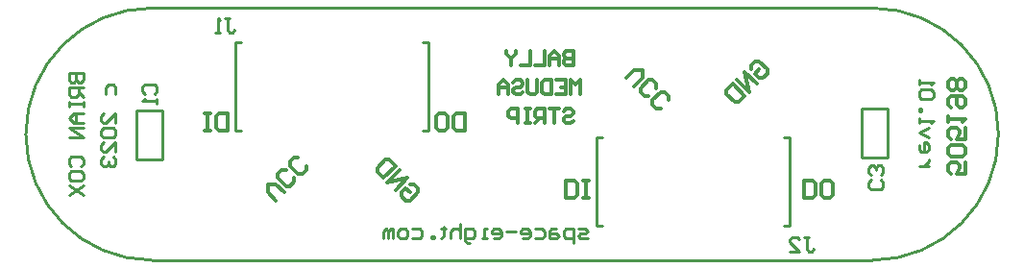
<source format=gbo>
%FSLAX25Y25*%
%MOIN*%
G70*
G01*
G75*
G04 Layer_Color=33789*
%ADD10P,0.08352X4X75.0*%
%ADD11P,0.08352X4X195.0*%
%ADD12R,0.05906X0.05906*%
%ADD13R,0.05000X0.04000*%
%ADD14C,0.02500*%
%ADD15C,0.05000*%
%ADD16C,0.16500*%
%ADD17C,0.04000*%
%ADD18R,0.08000X0.05000*%
%ADD19R,0.12205X0.17716*%
%ADD20C,0.01000*%
%ADD21C,0.01200*%
D20*
X1163750Y955000D02*
G03*
X1163750Y1042500I0J43750D01*
G01*
X913750D02*
G03*
X913750Y955000I0J-43750D01*
G01*
Y1042500D02*
X1163750D01*
X913750Y955000D02*
X1163750D01*
X908484Y1007016D02*
X917516D01*
X908484Y989984D02*
Y1007016D01*
Y989984D02*
X917516D01*
Y1007016D01*
X1159984Y1007516D02*
X1169016D01*
X1159984Y990484D02*
Y1007516D01*
Y990484D02*
X1169016D01*
Y1007516D01*
X1007618Y1030453D02*
X1009587D01*
Y999941D02*
Y1030453D01*
X1007618Y999941D02*
X1009587D01*
X942657Y1030453D02*
X944626D01*
X942657Y999941D02*
Y1030453D01*
Y999941D02*
X944626D01*
X1133118Y997453D02*
X1135087D01*
Y966941D02*
Y997453D01*
X1133118Y966941D02*
X1135087D01*
X1068157Y997453D02*
X1070126D01*
X1068157Y966941D02*
Y997453D01*
Y966941D02*
X1070126D01*
X1140168Y962998D02*
X1141834D01*
X1141001D01*
Y958833D01*
X1141834Y958000D01*
X1142667D01*
X1143500Y958833D01*
X1135169Y958000D02*
X1138502D01*
X1135169Y961332D01*
Y962165D01*
X1136002Y962998D01*
X1137669D01*
X1138502Y962165D01*
X939168Y1038998D02*
X940834D01*
X940001D01*
Y1034833D01*
X940834Y1034000D01*
X941667D01*
X942500Y1034833D01*
X937502Y1034000D02*
X935835D01*
X936669D01*
Y1038998D01*
X937502Y1038165D01*
X1166665Y982832D02*
X1167498Y981999D01*
Y980333D01*
X1166665Y979500D01*
X1163333D01*
X1162500Y980333D01*
Y981999D01*
X1163333Y982832D01*
X1166665Y984498D02*
X1167498Y985331D01*
Y986998D01*
X1166665Y987831D01*
X1165832D01*
X1164999Y986998D01*
Y986164D01*
Y986998D01*
X1164166Y987831D01*
X1163333D01*
X1162500Y986998D01*
Y985331D01*
X1163333Y984498D01*
X911335Y1012668D02*
X910502Y1013501D01*
Y1015167D01*
X911335Y1016000D01*
X914667D01*
X915500Y1015167D01*
Y1013501D01*
X914667Y1012668D01*
X915500Y1011002D02*
Y1009336D01*
Y1010169D01*
X910502D01*
X911335Y1011002D01*
X897723Y1012472D02*
Y1014972D01*
X898557Y1015805D01*
X900223D01*
X901056Y1014972D01*
Y1012472D01*
Y1002476D02*
Y1005808D01*
X897723Y1002476D01*
X896891D01*
X896057Y1003309D01*
Y1004975D01*
X896891Y1005808D01*
Y1000809D02*
X896057Y999976D01*
Y998310D01*
X896891Y997477D01*
X900223D01*
X901056Y998310D01*
Y999976D01*
X900223Y1000809D01*
X896891D01*
X901056Y992479D02*
Y995811D01*
X897723Y992479D01*
X896891D01*
X896057Y993312D01*
Y994978D01*
X896891Y995811D01*
Y990813D02*
X896057Y989980D01*
Y988314D01*
X896891Y987481D01*
X897723D01*
X898557Y988314D01*
Y989147D01*
Y988314D01*
X899390Y987481D01*
X900223D01*
X901056Y988314D01*
Y989980D01*
X900223Y990813D01*
X885002Y1020000D02*
X890000D01*
Y1017501D01*
X889167Y1016668D01*
X888334D01*
X887501Y1017501D01*
Y1020000D01*
Y1017501D01*
X886668Y1016668D01*
X885835D01*
X885002Y1017501D01*
Y1020000D01*
X890000Y1015002D02*
X885002D01*
Y1012502D01*
X885835Y1011669D01*
X887501D01*
X888334Y1012502D01*
Y1015002D01*
Y1013336D02*
X890000Y1011669D01*
X885002Y1010003D02*
Y1008337D01*
Y1009170D01*
X890000D01*
Y1010003D01*
Y1008337D01*
Y1005838D02*
X886668D01*
X885002Y1004172D01*
X886668Y1002506D01*
X890000D01*
X887501D01*
Y1005838D01*
X890000Y1000840D02*
X885002D01*
X890000Y997507D01*
X885002D01*
X885835Y987510D02*
X885002Y988344D01*
Y990010D01*
X885835Y990843D01*
X889167D01*
X890000Y990010D01*
Y988344D01*
X889167Y987510D01*
X885002Y983345D02*
Y985011D01*
X885835Y985844D01*
X889167D01*
X890000Y985011D01*
Y983345D01*
X889167Y982512D01*
X885835D01*
X885002Y983345D01*
Y980846D02*
X890000Y977514D01*
X885002D02*
X890000Y980846D01*
X1183332Y987500D02*
X1180000D01*
X1181666D01*
X1182499Y988333D01*
X1183332Y989166D01*
Y989999D01*
X1180000Y994998D02*
Y993331D01*
X1180833Y992498D01*
X1182499D01*
X1183332Y993331D01*
Y994998D01*
X1182499Y995831D01*
X1181666D01*
Y992498D01*
X1183332Y997497D02*
X1180000Y999163D01*
X1183332Y1000829D01*
X1180000Y1002495D02*
Y1004161D01*
Y1003328D01*
X1184998D01*
X1184165Y1002495D01*
X1180000Y1006660D02*
X1180833D01*
Y1007493D01*
X1180000D01*
Y1006660D01*
X1184165Y1010826D02*
X1184998Y1011659D01*
Y1013325D01*
X1184165Y1014158D01*
X1180833D01*
X1180000Y1013325D01*
Y1011659D01*
X1180833Y1010826D01*
X1184165D01*
X1180000Y1015824D02*
Y1017490D01*
Y1016657D01*
X1184998D01*
X1184165Y1015824D01*
X1065000Y962500D02*
X1062501D01*
X1061668Y963333D01*
X1062501Y964166D01*
X1064167D01*
X1065000Y964999D01*
X1064167Y965832D01*
X1061668D01*
X1060002Y960834D02*
Y965832D01*
X1057502D01*
X1056669Y964999D01*
Y963333D01*
X1057502Y962500D01*
X1060002D01*
X1054170Y965832D02*
X1052504D01*
X1051671Y964999D01*
Y962500D01*
X1054170D01*
X1055003Y963333D01*
X1054170Y964166D01*
X1051671D01*
X1046673Y965832D02*
X1049172D01*
X1050005Y964999D01*
Y963333D01*
X1049172Y962500D01*
X1046673D01*
X1042507D02*
X1044173D01*
X1045006Y963333D01*
Y964999D01*
X1044173Y965832D01*
X1042507D01*
X1041674Y964999D01*
Y964166D01*
X1045006D01*
X1040008Y964999D02*
X1036676D01*
X1032510Y962500D02*
X1034177D01*
X1035010Y963333D01*
Y964999D01*
X1034177Y965832D01*
X1032510D01*
X1031678Y964999D01*
Y964166D01*
X1035010D01*
X1030011Y962500D02*
X1028345D01*
X1029178D01*
Y965832D01*
X1030011D01*
X1024180Y960834D02*
X1023347D01*
X1022514Y961667D01*
Y965832D01*
X1025013D01*
X1025846Y964999D01*
Y963333D01*
X1025013Y962500D01*
X1022514D01*
X1020848Y967498D02*
Y962500D01*
Y964999D01*
X1020015Y965832D01*
X1018349D01*
X1017515Y964999D01*
Y962500D01*
X1015016Y966665D02*
Y965832D01*
X1015849D01*
X1014183D01*
X1015016D01*
Y963333D01*
X1014183Y962500D01*
X1011684D02*
Y963333D01*
X1010851D01*
Y962500D01*
X1011684D01*
X1004186Y965832D02*
X1006686D01*
X1007519Y964999D01*
Y963333D01*
X1006686Y962500D01*
X1004186D01*
X1001687D02*
X1000021D01*
X999188Y963333D01*
Y964999D01*
X1000021Y965832D01*
X1001687D01*
X1002520Y964999D01*
Y963333D01*
X1001687Y962500D01*
X997522D02*
Y965832D01*
X996689D01*
X995856Y964999D01*
Y962500D01*
Y964999D01*
X995023Y965832D01*
X994190Y964999D01*
Y962500D01*
D21*
X1195998Y988999D02*
Y985000D01*
X1192999D01*
X1193999Y986999D01*
Y987999D01*
X1192999Y988999D01*
X1191000D01*
X1190000Y987999D01*
Y986000D01*
X1191000Y985000D01*
X1194998Y990998D02*
X1195998Y991998D01*
Y993997D01*
X1194998Y994997D01*
X1191000D01*
X1190000Y993997D01*
Y991998D01*
X1191000Y990998D01*
X1194998D01*
X1195998Y1000995D02*
Y996996D01*
X1192999D01*
X1193999Y998995D01*
Y999995D01*
X1192999Y1000995D01*
X1191000D01*
X1190000Y999995D01*
Y997996D01*
X1191000Y996996D01*
X1190000Y1002994D02*
Y1004994D01*
Y1003994D01*
X1195998D01*
X1194998Y1002994D01*
X1191000Y1007993D02*
X1190000Y1008992D01*
Y1010992D01*
X1191000Y1011991D01*
X1194998D01*
X1195998Y1010992D01*
Y1008992D01*
X1194998Y1007993D01*
X1193999D01*
X1192999Y1008992D01*
Y1011991D01*
X1194998Y1013991D02*
X1195998Y1014990D01*
Y1016990D01*
X1194998Y1017989D01*
X1193999D01*
X1192999Y1016990D01*
X1191999Y1017989D01*
X1191000D01*
X1190000Y1016990D01*
Y1014990D01*
X1191000Y1013991D01*
X1191999D01*
X1192999Y1014990D01*
X1193999Y1013991D01*
X1194998D01*
X1192999Y1014990D02*
Y1016990D01*
X1062500Y1012500D02*
Y1017498D01*
X1060834Y1015832D01*
X1059168Y1017498D01*
Y1012500D01*
X1054169Y1017498D02*
X1057502D01*
Y1012500D01*
X1054169D01*
X1057502Y1014999D02*
X1055836D01*
X1052503Y1017498D02*
Y1012500D01*
X1050004D01*
X1049171Y1013333D01*
Y1016665D01*
X1050004Y1017498D01*
X1052503D01*
X1047505D02*
Y1013333D01*
X1046672Y1012500D01*
X1045006D01*
X1044173Y1013333D01*
Y1017498D01*
X1039174Y1016665D02*
X1040007Y1017498D01*
X1041673D01*
X1042507Y1016665D01*
Y1015832D01*
X1041673Y1014999D01*
X1040007D01*
X1039174Y1014166D01*
Y1013333D01*
X1040007Y1012500D01*
X1041673D01*
X1042507Y1013333D01*
X1037508Y1012500D02*
Y1015832D01*
X1035842Y1017498D01*
X1034176Y1015832D01*
Y1012500D01*
Y1014999D01*
X1037508D01*
X1022500Y1005998D02*
Y1000000D01*
X1019501D01*
X1018501Y1001000D01*
Y1004998D01*
X1019501Y1005998D01*
X1022500D01*
X1013503D02*
X1015502D01*
X1016502Y1004998D01*
Y1001000D01*
X1015502Y1000000D01*
X1013503D01*
X1012503Y1001000D01*
Y1004998D01*
X1013503Y1005998D01*
X940000D02*
Y1000000D01*
X937001D01*
X936001Y1001000D01*
Y1004998D01*
X937001Y1005998D01*
X940000D01*
X934002D02*
X932003D01*
X933002D01*
Y1000000D01*
X934002D01*
X932003D01*
X956741Y975759D02*
X953914Y978586D01*
Y981414D01*
X956741Y981414D01*
X959569Y978586D01*
X963103Y983534D02*
Y982121D01*
X961689Y980707D01*
X960276D01*
X957448Y983534D01*
Y984948D01*
X958862Y986362D01*
X960276D01*
X967344Y987776D02*
Y986362D01*
X965931Y984948D01*
X964517D01*
X961689Y987776D01*
Y989189D01*
X963103Y990603D01*
X964517D01*
X1003207Y981362D02*
X1004621D01*
X1006034Y979948D01*
Y978534D01*
X1003207Y975707D01*
X1001793D01*
X1000379Y977121D01*
Y978534D01*
X1001793Y979948D01*
X1003207Y978534D01*
X998259Y979241D02*
X1002500Y983482D01*
X995431Y982069D01*
X999673Y986310D01*
X998259Y987724D02*
X994018Y983482D01*
X991897Y985603D01*
Y987017D01*
X994724Y989844D01*
X996138D01*
X998259Y987724D01*
X1121589Y1021158D02*
Y1022571D01*
X1123003Y1023985D01*
X1124416D01*
X1127244Y1021158D01*
Y1019744D01*
X1125830Y1018330D01*
X1124416D01*
X1123003Y1019744D01*
X1124416Y1021158D01*
X1123709Y1016210D02*
X1119468Y1020451D01*
X1120882Y1013382D01*
X1116641Y1017623D01*
X1115227Y1016210D02*
X1119468Y1011968D01*
X1117348Y1009848D01*
X1115934D01*
X1113106Y1012675D01*
Y1014089D01*
X1115227Y1016210D01*
X1078259Y1018259D02*
X1081086Y1021086D01*
X1083914D01*
X1083914Y1018259D01*
X1081086Y1015431D01*
X1086034Y1011897D02*
X1084621D01*
X1083207Y1013311D01*
Y1014724D01*
X1086034Y1017552D01*
X1087448D01*
X1088862Y1016138D01*
Y1014724D01*
X1090276Y1007656D02*
X1088862D01*
X1087448Y1009069D01*
Y1010483D01*
X1090276Y1013311D01*
X1091689D01*
X1093103Y1011897D01*
Y1010483D01*
X1057500Y976502D02*
Y982500D01*
X1060499D01*
X1061499Y981500D01*
Y977502D01*
X1060499Y976502D01*
X1057500D01*
X1063498D02*
X1065497D01*
X1064498D01*
Y982500D01*
X1063498D01*
X1065497D01*
X1140000Y976502D02*
Y982500D01*
X1142999D01*
X1143999Y981500D01*
Y977502D01*
X1142999Y976502D01*
X1140000D01*
X1148997D02*
X1146998D01*
X1145998Y977502D01*
Y981500D01*
X1146998Y982500D01*
X1148997D01*
X1149997Y981500D01*
Y977502D01*
X1148997Y976502D01*
X1056668Y1006665D02*
X1057501Y1007498D01*
X1059167D01*
X1060000Y1006665D01*
Y1005832D01*
X1059167Y1004999D01*
X1057501D01*
X1056668Y1004166D01*
Y1003333D01*
X1057501Y1002500D01*
X1059167D01*
X1060000Y1003333D01*
X1055002Y1007498D02*
X1051669D01*
X1053335D01*
Y1002500D01*
X1050003D02*
Y1007498D01*
X1047504D01*
X1046671Y1006665D01*
Y1004999D01*
X1047504Y1004166D01*
X1050003D01*
X1048337D02*
X1046671Y1002500D01*
X1045005Y1007498D02*
X1043339D01*
X1044172D01*
Y1002500D01*
X1045005D01*
X1043339D01*
X1040839D02*
Y1007498D01*
X1038340D01*
X1037507Y1006665D01*
Y1004999D01*
X1038340Y1004166D01*
X1040839D01*
X1060000Y1027498D02*
Y1022500D01*
X1057501D01*
X1056668Y1023333D01*
Y1024166D01*
X1057501Y1024999D01*
X1060000D01*
X1057501D01*
X1056668Y1025832D01*
Y1026665D01*
X1057501Y1027498D01*
X1060000D01*
X1055002Y1022500D02*
Y1025832D01*
X1053335Y1027498D01*
X1051669Y1025832D01*
Y1022500D01*
Y1024999D01*
X1055002D01*
X1050003Y1027498D02*
Y1022500D01*
X1046671D01*
X1045005Y1027498D02*
Y1022500D01*
X1041673D01*
X1040007Y1027498D02*
Y1026665D01*
X1038340Y1024999D01*
X1036674Y1026665D01*
Y1027498D01*
X1038340Y1024999D02*
Y1022500D01*
M02*

</source>
